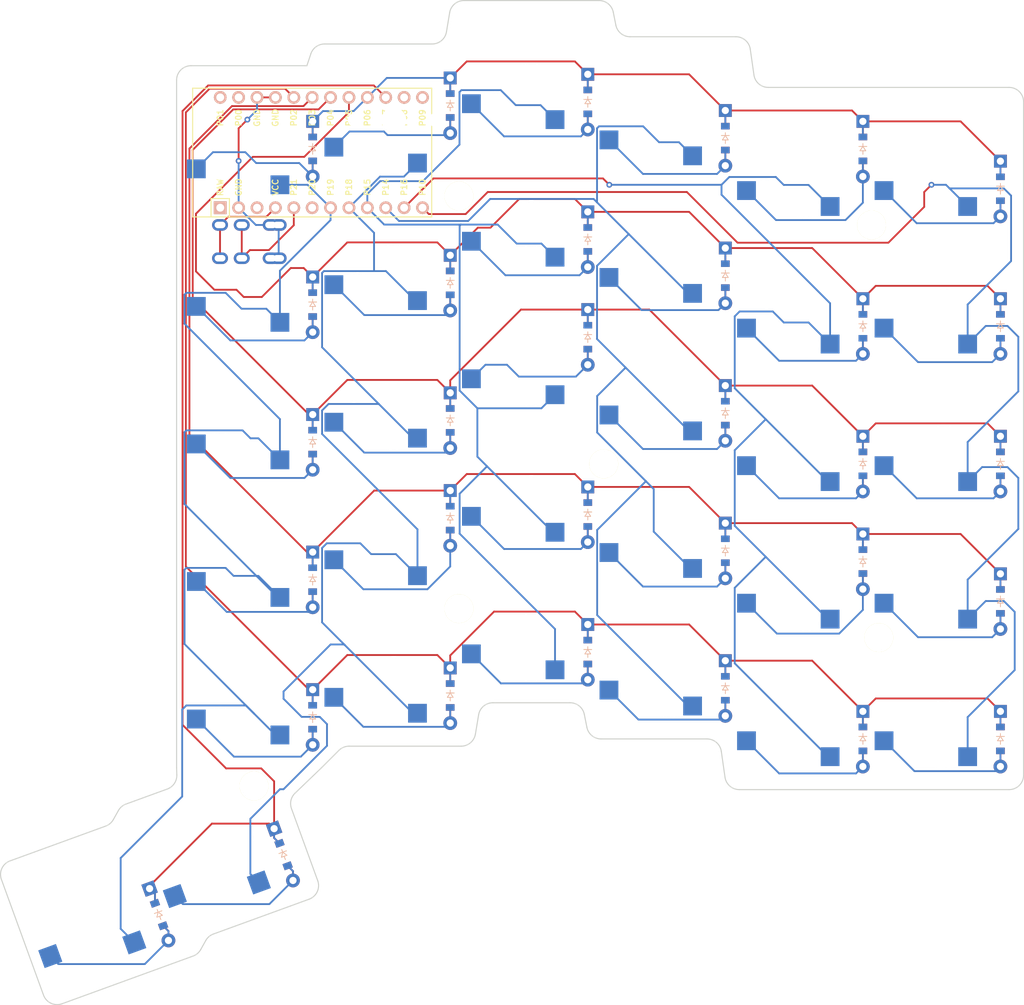
<source format=kicad_pcb>
(kicad_pcb (version 20241229) (generator "pcbnew") (generator_version "9.0")
  (title_block (title "right") (rev "1") (company "jost"))
  (layers (0 "F.Cu" signal) (2 "B.Cu" signal) (13 "F.Paste" user) (15 "B.Paste" user) (5 "F.SilkS" user "F.Silkscreen") (7 "B.SilkS" user "B.Silkscreen") (1 "F.Mask" user) (3 "B.Mask" user) (25 "Edge.Cuts" user))
  (net 0 "")
  (net 1 "P10")
  (net 2 "mirror_first_mod")
  (net 3 "mirror_first_bottom")
  (net 4 "mirror_first_home")
  (net 5 "mirror_first_top")
  (net 6 "mirror_first_num")
  (net 7 "P16")
  (net 8 "mirror_second_mod")
  (net 9 "mirror_second_bottom")
  (net 10 "mirror_second_home")
  (net 11 "mirror_second_top")
  (net 12 "mirror_second_num")
  (net 13 "P14")
  (net 14 "mirror_third_mod")
  (net 15 "mirror_third_bottom")
  (net 16 "mirror_third_home")
  (net 17 "mirror_third_top")
  (net 18 "mirror_third_num")
  (net 19 "P15")
  (net 20 "mirror_fourth_mod")
  (net 21 "mirror_fourth_bottom")
  (net 22 "mirror_fourth_home")
  (net 23 "mirror_fourth_top")
  (net 24 "mirror_fourth_num")
  (net 25 "P18")
  (net 26 "mirror_fifth_mod")
  (net 27 "mirror_fifth_bottom")
  (net 28 "mirror_fifth_home")
  (net 29 "mirror_fifth_top")
  (net 30 "mirror_fifth_num")
  (net 31 "P19")
  (net 32 "mirror_sixth_mod")
  (net 33 "mirror_sixth_bottom")
  (net 34 "mirror_sixth_home")
  (net 35 "mirror_sixth_top")
  (net 36 "mirror_sixth_num")
  (net 37 "mirror_t1_thumb")
  (net 38 "mirror_t2_thumb")
  (net 39 "P2")
  (net 40 "P3")
  (net 41 "P4")
  (net 42 "P5")
  (net 43 "P6")
  (net 44 "P7")
  (net 45 "RAW")
  (net 46 "GND")
  (net 47 "RST")
  (net 48 "VCC")
  (net 49 "P21")
  (net 50 "P20")
  (net 51 "P1")
  (net 52 "P0")
  (net 53 "P8")
  (net 54 "P9")
  (footprint "HOLE_M2_TH" (layer "F.Cu") (at 196.225 162.05)
    (property "Reference" "")
    (property "Value" "")
  )
  (footprint "ComboDiode" (layer "F.Cu") (at 233.025 135.05 -90)
    (property "Reference" "D11" (hide yes))
    (property "Value" "" (hide yes))
  )
  (footprint "ComboDiode" (layer "F.Cu") (at 195.025 92.55 -90)
    (property "Reference" "D29" (hide yes))
    (property "Value" "" (hide yes))
  )
  (footprint "PG1350" (layer "F.Cu") (at 168.225 154.55 180)
    (property "Reference" "S27" (hide yes))
    (property "Value" "" (hide yes))
  )
  (footprint "ComboDiode" (layer "F.Cu") (at 252.025 155.55 -90)
    (property "Reference" "D25" (hide yes))
    (property "Value" "" (hide yes))
  )
  (footprint "ComboDiode" (layer "F.Cu") (at 252.025 142.05 -90)
    (property "Reference" "D7" (hide yes))
    (property "Value" "" (hide yes))
  )
  (footprint "PG1350" (layer "F.Cu") (at 244.225 100.55 180)
    (property "Reference" "S10" (hide yes))
    (property "Value" "" (hide yes))
  )
  (footprint "ComboDiode" (layer "F.Cu") (at 214.025 168.05 -90)
    (property "Reference" "D14" (hide yes))
    (property "Value" "" (hide yes))
  )
  (footprint "ComboDiode" (layer "F.Cu") (at 252.025 180.05 -90)
    (property "Reference" "D6" (hide yes))
    (property "Value" "" (hide yes))
  )
  (footprint "HOLE_M2_TH" (layer "F.Cu") (at 167.91505 186.547545 20)
    (property "Reference" "")
    (property "Value" "")
  )
  (footprint "PG1350" (layer "F.Cu") (at 187.225 170.55 180)
    (property "Reference" "S21" (hide yes))
    (property "Value" "" (hide yes))
  )
  (footprint "ComboDiode" (layer "F.Cu") (at 195.025 149.55 -90)
    (property "Reference" "D28" (hide yes))
    (property "Value" "" (hide yes))
  )
  (footprint "PG1350" (layer "F.Cu") (at 168.225 135.55 180)
    (property "Reference" "S28" (hide yes))
    (property "Value" "" (hide yes))
  )
  (footprint "ComboDiode" (layer "F.Cu") (at 176.025 177.05 -90)
    (property "Reference" "D21" (hide yes))
    (property "Value" "" (hide yes))
  )
  (footprint "ProMicro" (layer "F.Cu") (at 177.225 99.05)
    (property "Reference" "MCU1" (hide yes))
    (property "Value" "" (hide yes))
  )
  (footprint "PG1350" (layer "F.Cu") (at 225.225 131.55 180)
    (property "Reference" "S13" (hide yes))
    (property "Value" "" (hide yes))
  )
  (footprint "PG1350" (layer "F.Cu") (at 263.225 100.55 180)
    (property "Reference" "S5" (hide yes))
    (property "Value" "" (hide yes))
  )
  (footprint "PG1350" (layer "F.Cu") (at 206.225 107.55 180)
    (property "Reference" "S19" (hide yes))
    (property "Value" "" (hide yes))
  )
  (footprint "PG1350" (layer "F.Cu") (at 206.225 145.55 180)
    (property "Reference" "S17" (hide yes))
    (property "Value" "" (hide yes))
  )
  (footprint "PG1350" (layer "F.Cu") (at 244.225 176.55 180)
    (property "Reference" "S6" (hide yes))
    (property "Value" "" (hide yes))
  )
  (footprint "ComboDiode" (layer "F.Cu") (at 271.025 180.05 -90)
    (property "Reference" "D1" (hide yes))
    (property "Value" "" (hide yes))
  )
  (footprint "PG1350" (layer "F.Cu") (at 168.225 173.55 180)
    (property "Reference" "S26" (hide yes))
    (property "Value" "" (hide yes))
  )
  (footprint "ComboDiode" (layer "F.Cu") (at 214.025 92.05 -90)
    (property "Reference" "D17" (hide yes))
    (property "Value" "" (hide yes))
  )
  (footprint "PG1350" (layer "F.Cu") (at 244.225 138.55 180)
    (property "Reference" "S8" (hide yes))
    (property "Value" "" (hide yes))
  )
  (footprint "HOLE_M2_TH" (layer "F.Cu") (at 253.225 109.05)
    (property "Reference" "")
    (property "Value" "")
  )
  (footprint "PG1350" (layer "F.Cu") (at 206.225 126.55 180)
    (property "Reference" "S18" (hide yes))
    (property "Value" "" (hide yes))
  )
  (footprint "PG1350" (layer "F.Cu") (at 187.225 151.55 180)
    (property "Reference" "S22" (hide yes))
    (property "Value" "" (hide yes))
  )
  (footprint "ComboDiode" (layer "F.Cu") (at 176.025 158.05 -90)
    (property "Reference" "D22" (hide yes))
    (property "Value" "" (hide yes))
  )
  (footprint "PG1350" (layer "F.Cu") (at 263.225 176.55 180)
    (property "Reference" "S1" (hide yes))
    (property "Value" "" (hide yes))
  )
  (footprint "PG1350" (layer "F.Cu") (at 263.225 119.55 180)
    (property "Reference" "S4" (hide yes))
    (property "Value" "" (hide yes))
  )
  (footprint "PG1350" (layer "F.Cu") (at 163.475 195.4 -160)
    (property "Reference" "S31" (hide yes))
    (property "Value" "" (hide yes))
  )
  (footprint "PG1350" (layer "F.Cu") (at 225.225 112.55 180)
    (property "Reference" "S14" (hide yes))
    (property "Value" "" (hide yes))
  )
  (footprint "ComboDiode" (layer "F.Cu") (at 176.025 139.05 -90)
    (property "Reference" "D23" (hide yes))
    (property "Value" "" (hide yes))
  )
  (footprint "ComboDiode" (layer "F.Cu") (at 214.025 111.05 -90)
    (property "Reference" "D16" (hide yes))
    (property "Value" "" (hide yes))
  )
  (footprint "ComboDiode" (layer "F.Cu") (at 172.001673 196.021167 -70)
    (property "Reference" "D31" (hide yes))
    (property "Value" "" (hide yes))
  )
  (footprint "ComboDiode" (layer "F.Cu") (at 195.025 174.05 -90)
    (property "Reference" "D18" (hide yes))
    (property "Value" "" (hide yes))
  )
  (footprint "ComboDiode" (layer "F.Cu") (at 271.025 142.05 -90)
    (property "Reference" "D3" (hide yes))
    (property "Value" "" (hide yes))
  )
  (footprint "PG1350" (layer "F.Cu") (at 244.225 157.55 180)
    (property "Reference" "S7" (hide yes))
    (property "Value" "" (hide yes))
  )
  (footprint "PG1350" (layer "F.Cu") (at 225.225 93.55 180)
    (property "Reference" "S15" (hide yes))
    (property "Value" "" (hide yes))
  )
  (footprint "PG1350" (layer "F.Cu") (at 206.225 88.55 180)
    (property "Reference" "S20" (hide yes))
    (property "Value" "" (hide yes))
  )
  (footprint "PG1350" (layer "F.Cu") (at 263.225 138.55 180)
    (property "Reference" "S3" (hide yes))
    (property "Value" "" (hide yes))
  )
  (footprint "ComboDiode" (layer "F.Cu") (at 195.025 117.05 -90)
    (property "Reference" "D20" (hide yes))
    (property "Value" "" (hide yes))
  )
  (footprint "ComboDiode" (layer "F.Cu") (at 195.025 136.05 -90)
    (property "Reference" "D19" (hide yes))
    (property "Value" "" (hide yes))
  )
  (footprint "ComboDiode" (layer "F.Cu") (at 233.025 116.05 -90)
    (property "Reference" "D12" (hide yes))
    (property "Value" "" (hide yes))
  )
  (footprint "PG1350" (layer "F.Cu") (at 263.225 157.55 180)
    (property "Reference" "S2" (hide yes))
    (property "Value" "" (hide yes))
  )
  (footprint "ComboDiode" (layer "F.Cu") (at 233.025 173.05 -90)
    (property "Reference" "D9" (hide yes))
    (property "Value" "" (hide yes))
  )
  (footprint "ComboDiode" (layer "F.Cu") (at 214.025 124.55 -90)
    (property "Reference" "D27" (hide yes))
    (property "Value" "" (hide yes))
  )
  (footprint "ComboDiode" (layer "F.Cu") (at 233.025 154.05 -90)
    (property "Reference" "D10" (hide yes))
    (property "Value" "" (hide yes))
  )
  (footprint "PG1350" (layer "F.Cu") (at 168.225 97.55 180)
    (property "Reference" "S30" (hide yes))
    (property "Value" "" (hide yes))
  )
  (footprint "HOLE_M2_TH" (layer "F.Cu") (at 196.225 105.05)
    (property "Reference" "")
    (property "Value" "")
  )
  (footprint "PG1350" (layer "F.Cu") (at 168.225 116.55 180)
    (property "Reference" "S29" (hide yes))
    (property "Value" "" (hide yes))
  )
  (footprint "TRRS-PJ-320A-dual" (layer "F.Cu") (at 160.025 109.05 90)
    (property "Reference" "TRRS1")
    (property "Value" "TRRS-PJ-320A-dual")
  )
  (footprint "ComboDiode" (layer "F.Cu") (at 233.025 97.05 -90)
    (property "Reference" "D13" (hide yes))
    (property "Value" "" (hide yes))
  )
  (footprint "HOLE_M2_TH" (layer "F.Cu") (at 254.225 166.05)
    (property "Reference" "")
    (property "Value" "")
  )
  (footprint "PG1350" (layer "F.Cu") (at 206.225 164.55 180)
    (property "Reference" "S16" (hide yes))
    (property "Value" "" (hide yes))
  )
  (footprint "PG1350" (layer "F.Cu") (at 187.225 113.55 180)
    (property "Reference" "S24" (hide yes))
    (property "Value" "" (hide yes))
  )
  (footprint "ComboDiode" (layer "F.Cu") (at 271.025 123.05 -90)
    (property "Reference" "D4" (hide yes))
    (property "Value" "" (hide yes))
  )
  (footprint "ComboDiode" (layer "F.Cu") (at 271.025 161.05 -90)
    (property "Reference" "D2" (hide yes))
    (property "Value" "" (hide yes))
  )
  (footprint "PG1350" (layer "F.Cu") (at 187.225 94.55 180)
    (property "Reference" "S25" (hide yes))
    (property "Value" "" (hide yes))
  )
  (footprint "PG1350" (layer "F.Cu") (at 187.225 132.55 180)
    (property "Reference" "S23" (hide yes))
    (property "Value" "" (hide yes))
  )
  (footprint "PG1350" (layer "F.Cu") (at 244.225 119.55 180)
    (property "Reference" "S9" (hide yes))
    (property "Value" "" (hide yes))
  )
  (footprint "PG1350" (layer "F.Cu") (at 225.225 150.55 180)
    (property "Reference" "S12" (hide yes))
    (property "Value" "" (hide yes))
  )
  (footprint "ComboDiode" (layer "F.Cu") (at 252.025 123.05 -90)
    (property "Reference" "D8" (hide yes))
    (property "Value" "" (hide yes))
  )
  (footprint "ComboDiode" (layer "F.Cu") (at 271.025 104.05 -90)
    (property "Reference" "D5" (hide yes))
    (property "Value" "" (hide yes))
  )
  (footprint "PG1350" (layer "F.Cu") (at 146.270679 203.683799 -160)
    (property "Reference" "S32" (hide yes))
    (property "Value" "" (hide yes))
  )
  (footprint "HOLE_M2_TH" (layer "F.Cu") (at 216.225 142.05)
    (property "Reference" "")
    (property "Value" "")
  )
  (footprint "ComboDiode" (layer "F.Cu") (at 252.025 98.55 -90)
    (property "Reference" "D26" (hide yes))
    (property "Value" "" (hide yes))
  )
  (footprint "ComboDiode" (layer "F.Cu") (at 176.025 120.05 -90)
    (property "Reference" "D24" (hide yes))
    (property "Value" "" (hide yes))
  )
  (footprint "PG1350" (layer "F.Cu") (at 225.225 169.55 180)
    (property "Reference" "S11" (hide yes))
    (property "Value" "" (hide yes))
  )
  (footprint "ComboDiode" (layer "F.Cu") (at 154.797351 204.304966 -70)
    (property "Reference" "D32" (hide yes))
    (property "Value" "" (hide yes))
  )
  (footprint "ComboDiode" (layer "F.Cu") (at 214.025 149.05 -90)
    (property "Reference" "D15" (hide yes))
    (property "Value" "" (hide yes))
  )
  (footprint "ComboDiode" (layer "F.Cu") (at 176.025 98.55 -90)
    (property "Reference" "D30" (hide yes))
    (property "Value" "" (hide yes))
  )
  (gr_line (start 217.903446 81.442232) (end 217.546554 79.657768) (stroke (width 0.15)) (layer "Edge.Cuts"))
  (gr_arc (start 179.639213 181.635786) (mid 180.28806 181.20224) (end 181.053427 181.05) (stroke (width 0.15)) (layer "Edge.Cuts"))
  (gr_arc (start 160.561351 209.138719) (mid 160.11169 209.686365) (end 159.49929 210.042845) (stroke (width 0.15)) (layer "Edge.Cuts"))
  (gr_line (start 274.225 185.05) (end 274.225 92.05) (stroke (width 0.15)) (layer "Edge.Cuts"))
  (gr_arc (start 238.959591 90.05) (mid 237.649188 89.560908) (end 236.979692 88.332843) (stroke (width 0.15)) (layer "Edge.Cuts"))
  (gr_line (start 147.430465 192.087804) (end 134.222233 196.895208) (stroke (width 0.15)) (layer "Edge.Cuts"))
  (gr_arc (start 141.404657 216.628752) (mid 139.87538 216.561983) (end 138.841231 215.433408) (stroke (width 0.15)) (layer "Edge.Cuts"))
  (gr_line (start 155.940093 186.968615) (end 150.246389 189.040954) (stroke (width 0.15)) (layer "Edge.Cuts"))
  (gr_line (start 194.946466 79.721202) (end 194.503534 82.378798) (stroke (width 0.15)) (layer "Edge.Cuts"))
  (gr_line (start 215.864608 180.05) (end 230.490409 180.05) (stroke (width 0.15)) (layer "Edge.Cuts"))
  (gr_line (start 133.026888 199.458633) (end 138.841231 215.433408) (stroke (width 0.15)) (layer "Edge.Cuts"))
  (gr_arc (start 215.864608 180.050001) (mid 214.596629 179.596685) (end 213.903446 178.442232) (stroke (width 0.15)) (layer "Edge.Cuts"))
  (gr_line (start 192.530746 84.05) (end 177.666063 84.05) (stroke (width 0.15)) (layer "Edge.Cuts"))
  (gr_line (start 234.490409 83.05) (end 219.864608 83.05) (stroke (width 0.15)) (layer "Edge.Cuts"))
  (gr_arc (start 219.864608 83.050001) (mid 218.596629 82.596685) (end 217.903446 81.442232) (stroke (width 0.15)) (layer "Edge.Cuts"))
  (gr_arc (start 198.946466 176.721202) (mid 199.626504 175.52396) (end 200.919254 175.05) (stroke (width 0.15)) (layer "Edge.Cuts"))
  (gr_line (start 215.585392 78.05) (end 196.919254 78.05) (stroke (width 0.15)) (layer "Edge.Cuts"))
  (gr_line (start 176.71879 199.625166) (end 173.094429 189.667315) (stroke (width 0.15)) (layer "Edge.Cuts"))
  (gr_arc (start 149.184328 189.945079) (mid 149.633989 189.397433) (end 150.246389 189.040954) (stroke (width 0.15)) (layer "Edge.Cuts"))
  (gr_arc (start 194.503534 82.378798) (mid 193.823496 83.57604) (end 192.530746 84.05) (stroke (width 0.15)) (layer "Edge.Cuts"))
  (gr_arc (start 161.253152 207.90012) (mid 161.702813 207.352474) (end 162.315213 206.995994) (stroke (width 0.15)) (layer "Edge.Cuts"))
  (gr_arc (start 234.959591 187.05) (mid 233.649188 186.560908) (end 232.979692 185.332843) (stroke (width 0.15)) (layer "Edge.Cuts"))
  (gr_arc (start 272.225 90.05) (mid 273.639214 90.635786) (end 274.225 92.05) (stroke (width 0.15)) (layer "Edge.Cuts"))
  (gr_arc (start 176.71879 199.625166) (mid 176.65202 201.154443) (end 175.523445 202.188591) (stroke (width 0.15)) (layer "Edge.Cuts"))
  (gr_arc (start 157.225 89.05) (mid 157.810786 87.635786) (end 159.225 87.05) (stroke (width 0.15)) (layer "Edge.Cuts"))
  (gr_line (start 177.239457 184.035543) (end 179.639214 181.635786) (stroke (width 0.15)) (layer "Edge.Cuts"))
  (gr_line (start 181.053427 181.05) (end 196.530746 181.05) (stroke (width 0.15)) (layer "Edge.Cuts"))
  (gr_arc (start 157.255105 185.027674) (mid 156.911818 186.211032) (end 155.940093 186.968616) (stroke (width 0.15)) (layer "Edge.Cuts"))
  (gr_line (start 162.315213 206.995994) (end 175.523445 202.188591) (stroke (width 0.15)) (layer "Edge.Cuts"))
  (gr_arc (start 230.490409 180.05) (mid 231.800812 180.539092) (end 232.470308 181.767157) (stroke (width 0.15)) (layer "Edge.Cuts"))
  (gr_arc (start 194.946466 79.721202) (mid 195.626504 78.52396) (end 196.919254 78.05) (stroke (width 0.15)) (layer "Edge.Cuts"))
  (gr_line (start 232.470308 181.767157) (end 232.979692 185.332843) (stroke (width 0.15)) (layer "Edge.Cuts"))
  (gr_arc (start 148.492526 191.183679) (mid 148.042865 191.731325) (end 147.430465 192.087804) (stroke (width 0.15)) (layer "Edge.Cuts"))
  (gr_line (start 157.225947 184.080771) (end 157.255105 185.027675) (stroke (width 0.15)) (layer "Edge.Cuts"))
  (gr_arc (start 157.225947 184.08077) (mid 157.225236 184.049996) (end 157.225 184.019215) (stroke (width 0.15)) (layer "Edge.Cuts"))
  (gr_arc (start 211.585392 175.049999) (mid 212.853371 175.503315) (end 213.546554 176.657768) (stroke (width 0.15)) (layer "Edge.Cuts"))
  (gr_line (start 236.979692 88.332843) (end 236.470308 84.767157) (stroke (width 0.15)) (layer "Edge.Cuts"))
  (gr_arc (start 234.490409 83.05) (mid 235.800812 83.539092) (end 236.470308 84.767157) (stroke (width 0.15)) (layer "Edge.Cuts"))
  (gr_arc (start 274.225 185.05) (mid 273.639214 186.464214) (end 272.225 187.05) (stroke (width 0.15)) (layer "Edge.Cuts"))
  (gr_line (start 200.919254 175.05) (end 211.585392 175.05) (stroke (width 0.15)) (layer "Edge.Cuts"))
  (gr_line (start 213.546554 176.657768) (end 213.903446 178.442232) (stroke (width 0.15)) (layer "Edge.Cuts"))
  (gr_line (start 160.561351 209.138719) (end 161.253152 207.90012) (stroke (width 0.15)) (layer "Edge.Cuts"))
  (gr_arc (start 215.585392 78.049999) (mid 216.853371 78.503315) (end 217.546554 79.657768) (stroke (width 0.15)) (layer "Edge.Cuts"))
  (gr_arc (start 133.026888 199.458634) (mid 133.093657 197.929356) (end 134.222233 196.895207) (stroke (width 0.15)) (layer "Edge.Cuts"))
  (gr_line (start 198.503534 179.378798) (end 198.946466 176.721202) (stroke (width 0.15)) (layer "Edge.Cuts"))
  (gr_line (start 234.959591 187.05) (end 272.225 187.05) (stroke (width 0.15)) (layer "Edge.Cuts"))
  (gr_line (start 175.224 87.05) (end 159.225 87.05) (stroke (width 0.15)) (layer "Edge.Cuts"))
  (gr_line (start 157.225 89.05) (end 157.225 184.019215) (stroke (width 0.15)) (layer "Edge.Cuts"))
  (gr_line (start 141.404656 216.628753) (end 159.49929 210.042844) (stroke (width 0.15)) (layer "Edge.Cuts"))
  (gr_line (start 149.184328 189.94508) (end 148.492526 191.183679) (stroke (width 0.15)) (layer "Edge.Cuts"))
  (gr_line (start 175.768886 85.416975) (end 175.224 87.05) (stroke (width 0.15)) (layer "Edge.Cuts"))
  (gr_line (start 173.588812 187.540441) (end 177.210245 184.064163) (stroke (width 0.15)) (layer "Edge.Cuts"))
  (gr_arc (start 175.768886 85.416975) (mid 176.496886 84.42734) (end 177.666063 84.05) (stroke (width 0.15)) (layer "Edge.Cuts"))
  (gr_arc (start 177.239457 184.035543) (mid 177.224924 184.049928) (end 177.210245 184.064163) (stroke (width 0.15)) (layer "Edge.Cuts"))
  (gr_arc (start 198.503534 179.378798) (mid 197.823496 180.57604) (end 196.530746 181.05) (stroke (width 0.15)) (layer "Edge.Cuts"))
  (gr_line (start 272.225 90.05) (end 238.959591 90.05) (stroke (width 0.15)) (layer "Edge.Cuts"))
  (gr_arc (start 173.094429 189.667315) (mid 173.02575 188.530455) (end 173.588812 187.540441) (stroke (width 0.15)) (layer "Edge.Cuts"))
  (segment (start 260.5 106.548038) (end 255.548038 111.5) (width 0.25) (layer "F.Cu") (net 1))
  (segment (start 192.0713 107.5463) (end 191.195 106.67) (width 0.25) (layer "F.Cu") (net 1))
  (segment (start 200.205882 104.5) (end 197.159582 107.5463) (width 0.25) (layer "F.Cu") (net 1))
  (segment (start 227.715 104.5) (end 200.205882 104.5) (width 0.25) (layer "F.Cu") (net 1))
  (segment (start 197.159582 107.5463) (end 192.0713 107.5463) (width 0.25) (layer "F.Cu") (net 1))
  (segment (start 234.715 111.5) (end 227.715 104.5) (width 0.25) (layer "F.Cu") (net 1))
  (segment (start 261.5 103.5) (end 260.5 104.5) (width 0.25) (layer "F.Cu") (net 1))
  (segment (start 260.5 104.5) (end 260.5 106.548038) (width 0.25) (layer "F.Cu") (net 1))
  (segment (start 255.548038 111.5) (end 234.715 111.5) (width 0.25) (layer "F.Cu") (net 1))
  (via (at 261.5 103.5) (size 0.8) (drill 0.4) (layers "F.Cu" "B.Cu") (net 1))
  (segment (start 273 162.5) (end 273 170.539901) (width 0.25) (layer "B.Cu") (net 1))
  (segment (start 266.5 139.039901) (end 266.5 144.5) (width 0.25) (layer "B.Cu") (net 1))
  (segment (start 266.5 177.039901) (end 266.5 182.5) (width 0.25) (layer "B.Cu") (net 1))
  (segment (start 273.5 124.5) (end 273.5 132.039901) (width 0.25) (layer "B.Cu") (net 1))
  (segment (start 271.5 161) (end 273 162.5) (width 0.25) (layer "B.Cu") (net 1))
  (segment (start 264 104) (end 263.5 103.5) (width 0.25) (layer "B.Cu") (net 1))
  (segment (start 271.5 104) (end 272.5 105) (width 0.25) (layer "B.Cu") (net 1))
  (segment (start 266.5 125.5) (end 269 123) (width 0.25) (layer "B.Cu") (net 1))
  (segment (start 266.5 163.5) (end 269 161) (width 0.25) (layer "B.Cu") (net 1))
  (segment (start 264 104) (end 271.5 104) (width 0.25) (layer "B.Cu") (net 1))
  (segment (start 266.5 120.039901) (end 266.5 125.5) (width 0.25) (layer "B.Cu") (net 1))
  (segment (start 272.5 114.039901) (end 266.5 120.039901) (width 0.25) (layer "B.Cu") (net 1))
  (segment (start 272.5 105) (end 272.5 114.039901) (width 0.25) (layer "B.Cu") (net 1))
  (segment (start 272 142.5) (end 273.5 144) (width 0.25) (layer "B.Cu") (net 1))
  (segment (start 269 161) (end 271.5 161) (width 0.25) (layer "B.Cu") (net 1))
  (segment (start 273.5 132.039901) (end 266.5 139.039901) (width 0.25) (layer "B.Cu") (net 1))
  (segment (start 266.5 106.5) (end 264 104) (width 0.25) (layer "B.Cu") (net 1))
  (segment (start 272 123) (end 273.5 124.5) (width 0.25) (layer "B.Cu") (net 1))
  (segment (start 268.5 142.5) (end 272 142.5) (width 0.25) (layer "B.Cu") (net 1))
  (segment (start 266.5 158.039901) (end 266.5 163.5) (width 0.25) (layer "B.Cu") (net 1))
  (segment (start 269 123) (end 272 123) (width 0.25) (layer "B.Cu") (net 1))
  (segment (start 266.5 144.5) (end 268.5 142.5) (width 0.25) (layer "B.Cu") (net 1))
  (segment (start 263.5 103.5) (end 261.5 103.5) (width 0.25) (layer "B.Cu") (net 1))
  (segment (start 273 170.539901) (end 266.5 177.039901) (width 0.25) (layer "B.Cu") (net 1))
  (segment (start 273.5 144) (end 273.5 151.039901) (width 0.25) (layer "B.Cu") (net 1))
  (segment (start 273.5 151.039901) (end 266.5 158.039901) (width 0.25) (layer "B.Cu") (net 1))
  (segment (start 271.025 183.86) (end 271.025 181.7) (width 0.25) (layer "F.Cu") (net 2))
  (segment (start 254.95 180.3) (end 259.15 184.5) (width 0.25) (layer "B.Cu") (net 2))
  (segment (start 270.385 184.5) (end 271.025 183.86) (width 0.25) (layer "B.Cu") (net 2))
  (segment (start 271.025 183.86) (end 271.025 181.7) (width 0.25) (layer "B.Cu") (net 2))
  (segment (start 259.15 184.5) (end 270.385 184.5) (width 0.25) (layer "B.Cu") (net 2))
  (segment (start 271.025 164.86) (end 271.025 162.7) (width 0.25) (layer "F.Cu") (net 3))
  (segment (start 254.95 161.3) (end 259.65 166) (width 0.25) (layer "B.Cu") (net 3))
  (segment (start 269.885 166) (end 271.025 164.86) (width 0.25) (layer "B.Cu") (net 3))
  (segment (start 271.025 164.86) (end 271.025 162.7) (width 0.25) (layer "B.Cu") (net 3))
  (segment (start 259.65 166) (end 269.885 166) (width 0.25) (layer "B.Cu") (net 3))
  (segment (start 271.025 145.86) (end 271.025 143.7) (width 0.25) (layer "F.Cu") (net 4))
  (segment (start 259.4625 146.8125) (end 270.0725 146.8125) (width 0.25) (layer "B.Cu") (net 4))
  (segment (start 270.0725 146.8125) (end 271.025 145.86) (width 0.25) (layer "B.Cu") (net 4))
  (segment (start 254.95 142.3) (end 259.4625 146.8125) (width 0.25) (layer "B.Cu") (net 4))
  (segment (start 271.025 145.86) (end 271.025 143.7) (width 0.25) (layer "B.Cu") (net 4))
  (segment (start 271.025 126.86) (end 271.025 124.7) (width 0.25) (layer "F.Cu") (net 5))
  (segment (start 259.65 128) (end 269.885 128) (width 0.25) (layer "B.Cu") (net 5))
  (segment (start 269.885 128) (end 271.025 126.86) (width 0.25) (layer "B.Cu") (net 5))
  (segment (start 254.95 123.3) (end 259.65 128) (width 0.25) (layer "B.Cu") (net 5))
  (segment (start 271.025 126.86) (end 271.025 124.7) (width 0.25) (layer "B.Cu") (net 5))
  (segment (start 271.025 107.86) (end 271.025 105.7) (width 0.25) (layer "F.Cu") (net 6))
  (segment (start 254.95 104.3) (end 259.4625 108.8125) (width 0.25) (layer "B.Cu") (net 6))
  (segment (start 259.4625 108.8125) (end 270.0725 108.8125) (width 0.25) (layer "B.Cu") (net 6))
  (segment (start 270.0725 108.8125) (end 271.025 107.86) (width 0.25) (layer "B.Cu") (net 6))
  (segment (start 271.025 107.86) (end 271.025 105.7) (width 0.25) (layer "B.Cu") (net 6))
  (segment (start 192.701 102.624) (end 188.655 106.67) (width 0.25) (layer "F.Cu") (net 7))
  (segment (start 216.124 102.624) (end 192.701 102.624) (width 0.25) (layer "F.Cu") (net 7))
  (segment (start 217 103.5) (end 216.124 102.624) (width 0.25) (layer "F.Cu") (net 7))
  (via (at 217 103.5) (size 0.8) (drill 0.4) (layers "F.Cu" "B.Cu") (net 7))
  (segment (start 238.609294 154.890706) (end 247.218587 163.5) (width 0.25) (layer "B.Cu") (net 7))
  (segment (start 232.5 103.5) (end 232.5 104.868587) (width 0.25) (layer "B.Cu") (net 7))
  (segment (start 241.101 122.522935) (end 239.578065 121) (width 0.25) (layer "B.Cu") (net 7))
  (segment (start 234.324 121.674) (end 234.324 131.605413) (width 0.25) (layer "B.Cu") (net 7))
  (segment (start 247.5 125.5) (end 244.522935 122.522935) (width 0.25) (layer "B.Cu") (net 7))
  (segment (start 247.218587 182.5) (end 247.5 182.5) (width 0.25) (layer "B.Cu") (net 7))
  (segment (start 238.609294 135.890706) (end 234.324 140.176) (width 0.25) (layer "B.Cu") (net 7))
  (segment (start 240.002065 102.424) (end 233.576 102.424) (width 0.25) (layer "B.Cu") (net 7))
  (segment (start 247.218587 144.5) (end 247.5 144.5) (width 0.25) (layer "B.Cu") (net 7))
  (segment (start 241.101 103.522935) (end 240.002065 102.424) (width 0.25) (layer "B.Cu") (net 7))
  (segment (start 234.324 159.176) (end 234.324 169.605413) (width 0.25) (layer "B.Cu") (net 7))
  (segment (start 244.522935 103.522935) (end 241.101 103.522935) (width 0.25) (layer "B.Cu") (net 7))
  (segment (start 234.324 140.176) (end 234.324 150.605413) (width 0.25) (layer "B.Cu") (net 7))
  (segment (start 234.998 121) (end 234.324 121.674) (width 0.25) (layer "B.Cu") (net 7))
  (segment (start 238.609294 154.890706) (end 234.324 159.176) (width 0.25) (layer "B.Cu") (net 7))
  (segment (start 247.5 119.868587) (end 247.5 125.5) (width 0.25) (layer "B.Cu") (net 7))
  (segment (start 234.324 150.605413) (end 238.609294 154.890706) (width 0.25) (layer "B.Cu") (net 7))
  (segment (start 233.576 102.424) (end 232.5 103.5) (width 0.25) (layer "B.Cu") (net 7))
  (segment (start 234.324 131.605413) (end 238.609294 135.890706) (width 0.25) (layer "B.Cu") (net 7))
  (segment (start 234.324 169.605413) (end 247.218587 182.5) (width 0.25) (layer "B.Cu") (net 7))
  (segment (start 238.609294 135.890706) (end 247.218587 144.5) (width 0.25) (layer "B.Cu") (net 7))
  (segment (start 247.218587 163.5) (end 247.5 163.5) (width 0.25) (layer "B.Cu") (net 7))
  (segment (start 239.578065 121) (end 234.998 121) (width 0.25) (layer "B.Cu") (net 7))
  (segment (start 232.5 103.5) (end 217 103.5) (width 0.25) (layer "B.Cu") (net 7))
  (segment (start 232.5 104.868587) (end 247.5 119.868587) (width 0.25) (layer "B.Cu") (net 7))
  (segment (start 244.522935 122.522935) (end 241.101 122.522935) (width 0.25) (layer "B.Cu") (net 7))
  (segment (start 247.5 106.5) (end 244.522935 103.522935) (width 0.25) (layer "B.Cu") (net 7))
  (segment (start 252.025 183.86) (end 252.025 181.7) (width 0.25) (layer "F.Cu") (net 8))
  (segment (start 251.0725 184.8125) (end 252.025 183.86) (width 0.25) (layer "B.Cu") (net 8))
  (segment (start 252.025 183.86) (end 252.025 181.7) (width 0.25) (layer "B.Cu") (net 8))
  (segment (start 235.95 180.3) (end 240.4625 184.8125) (width 0.25) (layer "B.Cu") (net 8))
  (segment (start 240.4625 184.8125) (end 251.0725 184.8125) (width 0.25) (layer "B.Cu") (net 8))
  (segment (start 252.025 159.36) (end 252.025 157.2) (width 0.25) (layer "F.Cu") (net 9))
  (segment (start 235.95 161.3) (end 240.15 165.5) (width 0.25) (layer "B.Cu") (net 9))
  (segment (start 240.15 165.5) (end 248.752 165.5) (width 0.25) (layer "B.Cu") (net 9))
  (segment (start 252.025 159.36) (end 252.025 157.2) (width 0.25) (layer "B.Cu") (net 9))
  (segment (start 248.752 165.5) (end 252.025 162.227) (width 0.25) (layer "B.Cu") (net 9))
  (segment (start 252.025 162.227) (end 252.025 159.36) (width 0.25) (layer "B.Cu") (net 9))
  (segment (start 252.025 145.86) (end 252.025 143.7) (width 0.25) (layer "F.Cu") (net 10))
  (segment (start 252.025 145.86) (end 252.025 143.7) (width 0.25) (layer "B.Cu") (net 10))
  (segment (start 240.4625 146.8125) (end 251.0725 146.8125) (width 0.25) (layer "B.Cu") (net 10))
  (segment (start 235.95 142.3) (end 240.4625 146.8125) (width 0.25) (layer "B.Cu") (net 10))
  (segment (start 251.0725 146.8125) (end 252.025 145.86) (width 0.25) (layer "B.Cu") (net 10))
  (segment (start 252.025 126.86) (end 252.025 124.7) (width 0.25) (layer "F.Cu") (net 11))
  (segment (start 251.0725 127.8125) (end 252.025 126.86) (width 0.25) (layer "B.Cu") (net 11))
  (segment (start 240.4625 127.8125) (end 251.0725 127.8125) (width 0.25) (layer "B.Cu") (net 11))
  (segment (start 235.95 123.3) (end 240.4625 127.8125) (width 0.25) (layer "B.Cu") (net 11))
  (segment (start 252.025 126.86) (end 252.025 124.7) (width 0.25) (layer "B.Cu") (net 11))
  (segment (start 252.025 102.36) (end 252.025 100.2) (width 0.25) (layer "F.Cu") (net 12))
  (segment (start 235.95 104.3) (end 240.026 108.376) (width 0.25) (layer "B.Cu") (net 12))
  (segment (start 249.624 108.376) (end 252.025 105.975) (width 0.25) (layer "B.Cu") (net 12))
  (segment (start 240.026 108.376) (end 249.624 108.376) (width 0.25) (layer "B.Cu") (net 12))
  (segment (start 252.025 102.36) (end 252.025 100.2) (width 0.25) (layer "B.Cu") (net 12))
  (segment (start 252.025 105.975) (end 252.025 102.36) (width 0.25) (layer "B.Cu") (net 12))
  (segment (start 219.689033 110.310967) (end 215.3035 114.6965) (width 0.25) (layer "B.Cu") (net 13))
  (segment (start 222.052941 144.447059) (end 215.324 151.176) (width 0.25) (layer "B.Cu") (net 13))
  (segment (start 223.876 97.624) (end 221.676 95.424) (width 0.25) (layer "B.Cu") (net 13))
  (segment (start 215.3035 114.6965) (end 215.3035 124.8035) (width 0.25) (layer "B.Cu") (net 13))
  (segment (start 215.3035 124.8035) (end 219.25 128.75) (width 0.25) (layer "B.Cu") (net 13))
  (segment (start 187.945 108.5) (end 186.115 106.67) (width 0.25) (layer "B.Cu") (net 13))
  (segment (start 215.324 162.945935) (end 227.878065 175.5) (width 0.25) (layer "B.Cu") (net 13))
  (segment (start 215.324 151.176) (end 215.324 162.945935) (width 0.25) (layer "B.Cu") (net 13))
  (segment (start 226.624 97.624) (end 223.876 97.624) (width 0.25) (layer "B.Cu") (net 13))
  (segment (start 219.25 128.75) (end 228 137.5) (width 0.25) (layer "B.Cu") (net 13))
  (segment (start 228.218587 156.5) (end 228.5 156.5) (width 0.25) (layer "B.Cu") (net 13))
  (segment (start 228 137.5) (end 228.5 137.5) (width 0.25) (layer "B.Cu") (net 13))
  (segment (start 215.576 95.424) (end 215.3035 95.6965) (width 0.25) (layer "B.Cu") (net 13))
  (segment (start 200.5405 105.4595) (end 197.5 108.5) (width 0.25) (layer "B.Cu") (net 13))
  (segment (start 228.5 99.5) (end 226.624 97.624) (width 0.25) (layer "B.Cu") (net 13))
  (segment (start 219.25 128.75) (end 215.324 132.676) (width 0.25) (layer "B.Cu") (net 13))
  (segment (start 227.878065 118.5) (end 228.5 118.5) (width 0.25) (layer "B.Cu") (net 13))
  (segment (start 219.689033 110.310967) (end 227.878065 118.5) (width 0.25) (layer "B.Cu") (net 13))
  (segment (start 215.3035 105.925435) (end 214.837565 105.4595) (width 0.25) (layer "B.Cu") (net 13))
  (segment (start 222.052941 144.447059) (end 223.1345 145.528618) (width 0.25) (layer "B.Cu") (net 13))
  (segment (start 221.676 95.424) (end 215.576 95.424) (width 0.25) (layer "B.Cu") (net 13))
  (segment (start 197.5 108.5) (end 187.945 108.5) (width 0.25) (layer "B.Cu") (net 13))
  (segment (start 215.3035 95.6965) (end 215.3035 105.925435) (width 0.25) (layer "B.Cu") (net 13))
  (segment (start 215.324 137.718118) (end 222.052941 144.447059) (width 0.25) (layer "B.Cu") (net 13))
  (segment (start 215.324 132.676) (end 215.324 137.718118) (width 0.25) (layer "B.Cu") (net 13))
  (segment (start 223.1345 151.415913) (end 228.218587 156.5) (width 0.25) (layer "B.Cu") (net 13))
  (segment (start 214.837565 105.4595) (end 200.5405 105.4595) (width 0.25) (layer "B.Cu") (net 13))
  (segment (start 215.3035 105.925435) (end 219.689033 110.310967) (width 0.25) (layer "B.Cu") (net 13))
  (segment (start 223.1345 145.528618) (end 223.1345 151.415913) (width 0.25) (layer "B.Cu") (net 13))
  (segment (start 227.878065 175.5) (end 228.5 175.5) (width 0.25) (layer "B.Cu") (net 13))
  (segment (start 233.025 176.86) (end 233.025 174.7) (width 0.25) (layer "F.Cu") (net 14))
  (segment (start 232.509 177.376) (end 233.025 176.86) (width 0.25) (layer "B.Cu") (net 14))
  (segment (start 216.95 173.3) (end 221.026 177.376) (width 0.25) (layer "B.Cu") (net 14))
  (segment (start 233.025 176.86) (end 233.025 174.7) (width 0.25) (layer "B.Cu") (net 14))
  (segment (start 221.026 177.376) (end 232.509 177.376) (width 0.25) (layer "B.Cu") (net 14))
  (segment (start 233.025 157.86) (end 233.025 155.7) (width 0.25) (layer "F.Cu") (net 15))
  (segment (start 221.65 159) (end 231.885 159) (width 0.25) (layer "B.Cu") (net 15))
  (segment (start 231.885 159) (end 233.025 157.86) (width 0.25) (layer "B.Cu") (net 15))
  (segment (start 216.95 154.3) (end 221.65 159) (width 0.25) (layer "B.Cu") (net 15))
  (segment (start 233.025 157.86) (end 233.025 155.7) (width 0.25) (layer "B.Cu") (net 15))
  (segment (start 233.025 138.86) (end 233.025 136.7) (width 0.25) (layer "F.Cu") (net 16))
  (segment (start 221.65 140) (end 231.885 140) (width 0.25) (layer "B.Cu") (net 16))
  (segment (start 233.025 138.86) (end 233.025 136.7) (width 0.25) (layer "B.Cu") (net 16))
  (segment (start 216.95 135.3) (end 221.65 140) (width 0.25) (layer "B.Cu") (net 16))
  (segment (start 231.885 140) (end 233.025 138.86) (width 0.25) (layer "B.Cu") (net 16))
  (segment (start 233.025 119.86) (end 233.025 117.7) (width 0.25) (layer "F.Cu") (net 17))
  (segment (start 216.95 116.3) (end 221.4625 120.8125) (width 0.25) (layer "B.Cu") (net 17))
  (segment (start 233.025 119.86) (end 233.025 117.7) (width 0.25) (layer "B.Cu") (net 17))
  (segment (start 221.4625 120.8125) (end 232.0725 120.8125) (width 0.25) (layer "B.Cu") (net 17))
  (segment (start 232.0725 120.8125) (end 233.025 119.86) (width 0.25) (layer "B.Cu") (net 17))
  (segment (start 233.025 100.86) (end 233.025 98.7) (width 0.25) (layer "F.Cu") (net 18))
  (segment (start 216.95 97.3) (end 221.65 102) (width 0.25) (layer "B.Cu") (net 18))
  (segment (start 231.885 102) (end 233.025 100.86) (width 0.25) (layer "B.Cu") (net 18))
  (segment (start 233.025 100.86) (end 233.025 98.7) (width 0.25) (layer "B.Cu") (net 18))
  (segment (start 221.65 102) (end 231.885 102) (width 0.25) (layer "B.Cu") (net 18))
  (segment (start 209.5 164.868587) (end 209.5 170.5) (width 0.25) (layer "B.Cu") (net 19))
  (segment (start 207.5 92.5) (end 204.078065 92.5) (width 0.25) (layer "B.Cu") (net 19))
  (segment (start 207.624 134.376) (end 209.5 132.5) (width 0.25) (layer "B.Cu") (net 19))
  (segment (start 185.903595 108.998595) (end 183.575 106.67) (width 0.25) (layer "B.Cu") (net 19))
  (segment (start 204.078065 92.5) (end 202.002065 90.424) (width 0.25) (layer "B.Cu") (net 19))
  (segment (start 196.324 131.926) (end 198.774 134.376) (width 0.25) (layer "B.Cu") (net 19))
  (segment (start 201.57666 108.998595) (end 196.5 108.998595) (width 0.25) (layer "B.Cu") (net 19))
  (segment (start 198.774 134.376) (end 198.774 141.055413) (width 0.25) (layer "B.Cu") (net 19))
  (segment (start 196.3035 90.6945) (end 196.3035 97.9485) (width 0.25) (layer "B.Cu") (net 19))
  (segment (start 200.109294 142.390706) (end 209.218587 151.5) (width 0.25) (layer "B.Cu") (net 19))
  (segment (start 207.624 111.624) (end 204.202065 111.624) (width 0.25) (layer "B.Cu") (net 19))
  (segment (start 185.34281 103) (end 183.575 104.76781) (width 0.25) (layer "B.Cu") (net 19))
  (segment (start 191.252 103) (end 185.34281 103) (width 0.25) (layer "B.Cu") (net 19))
  (segment (start 196.5 108.998595) (end 196.324 109.174595) (width 0.25) (layer "B.Cu") (net 19))
  (segment (start 196.324 109.174595) (end 196.324 131.926) (width 0.25) (layer "B.Cu") (net 19))
  (segment (start 200.109294 142.390706) (end 196.324 146.176) (width 0.25) (layer "B.Cu") (net 19))
  (segment (start 183.575 104.76781) (end 183.575 106.67) (width 0.25) (layer "B.Cu") (net 19))
  (segment (start 209.5 94.5) (end 207.5 92.5) (width 0.25) (layer "B.Cu") (net 19))
  (segment (start 209.218587 151.5) (end 209.5 151.5) (width 0.25) (layer "B.Cu") (net 19))
  (segment (start 198.774 141.055413) (end 200.109294 142.390706) (width 0.25) (layer "B.Cu") (net 19))
  (segment (start 196.324 151.692587) (end 209.5 164.868587) (width 0.25) (layer "B.Cu") (net 19))
  (segment (start 209.5 113.5) (end 207.624 111.624) (width 0.25) (layer "B.Cu") (net 19))
  (segment (start 198.774 134.376) (end 207.624 134.376) (width 0.25) (layer "B.Cu") (net 19))
  (segment (start 196.574 90.424) (end 196.3035 90.6945) (width 0.25) (layer "B.Cu") (net 19))
  (segment (start 196.5 108.998595) (end 185.903595 108.998595) (width 0.25) (layer "B.Cu") (net 19))
  (segment (start 196.324 146.176) (end 196.324 151.692587) (width 0.25) (layer "B.Cu") (net 19))
  (segment (start 202.002065 90.424) (end 196.574 90.424) (width 0.25) (layer "B.Cu") (net 19))
  (segment (start 204.202065 111.624) (end 201.57666 108.998595) (width 0.25) (layer "B.Cu") (net 19))
  (segment (start 196.3035 97.9485) (end 191.252 103) (width 0.25) (layer "B.Cu") (net 19))
  (segment (start 214.025 171.86) (end 214.025 169.7) (width 0.25) (layer "F.Cu") (net 20))
  (segment (start 214.025 171.86) (end 214.025 169.7) (width 0.25) (layer "B.Cu") (net 20))
  (segment (start 213.509 172.376) (end 214.025 171.86) (width 0.25) (layer "B.Cu") (net 20))
  (segment (start 202.026 172.376) (end 213.509 172.376) (width 0.25) (layer "B.Cu") (net 20))
  (segment (start 197.95 168.3) (end 202.026 172.376) (width 0.25) (layer "B.Cu") (net 20))
  (segment (start 214.025 152.86) (end 214.025 150.7) (width 0.25) (layer "F.Cu") (net 21))
  (segment (start 202.4625 153.8125) (end 213.0725 153.8125) (width 0.25) (layer "B.Cu") (net 21))
  (segment (start 197.95 149.3) (end 202.4625 153.8125) (width 0.25) (layer "B.Cu") (net 21))
  (segment (start 213.0725 153.8125) (end 214.025 152.86) (width 0.25) (layer "B.Cu") (net 21))
  (segment (start 214.025 152.86) (end 214.025 150.7) (width 0.25) (layer "B.Cu") (net 21))
  (segment (start 214.025 128.36) (end 214.025 126.2) (width 0.25) (layer "F.Cu") (net 22))
  (segment (start 202.86 128.36) (end 204.5 130) (width 0.25) (layer "B.Cu") (net 22))
  (segment (start 212.385 130) (end 214.025 128.36) (width 0.25) (layer "B.Cu") (net 22))
  (segment (start 197.95 130.3) (end 199.89 128.36) (width 0.25) (layer "B.Cu") (net 22))
  (segment (start 199.89 128.36) (end 202.86 128.36) (width 0.25) (layer "B.Cu") (net 22))
  (segment (start 204.5 130) (end 212.385 130) (width 0.25) (layer "B.Cu") (net 22))
  (segment (start 214.025 128.36) (end 214.025 126.2) (width 0.25) (layer "B.Cu") (net 22))
  (segment (start 214.025 114.86) (end 214.025 112.7) (width 0.25) (layer "F.Cu") (net 23))
  (segment (start 197.95 111.3) (end 202.65 116) (width 0.25) (layer "B.Cu") (net 23))
  (segment (start 214.025 114.86) (end 214.025 112.7) (width 0.25) (layer "B.Cu") (net 23))
  (segment (start 212.885 116) (end 214.025 114.86) (width 0.25) (layer "B.Cu") (net 23))
  (segment (start 202.65 116) (end 212.885 116) (width 0.25) (layer "B.Cu") (net 23))
  (segment (start 214.025 93.7) (end 214.025 95.86) (width 0.25) (layer "F.Cu") (net 24))
  (segment (start 202.4625 96.8125) (end 213.0725 96.8125) (width 0.25) (layer "B.Cu") (net 24))
  (segment (start 214.025 95.86) (end 214.025 93.7) (width 0.25) (layer "B.Cu") (net 24))
  (segment (start 197.95 92.3) (end 202.4625 96.8125) (width 0.25) (layer "B.Cu") (net 24))
  (segment (start 213.0725 96.8125) (end 214.025 95.86) (width 0.25) (layer "B.Cu") (net 24))
  (segment (start 190.218587 119.5) (end 190.5 119.5) (width 0.25) (layer "B.Cu") (net 25))
  (segment (start 184.5 110.135) (end 181.035 106.67) (width 0.25) (layer "B.Cu") (net 25))
  (segment (start 178 178) (end 177 177) (width 0.25) (layer "B.Cu") (net 25))
  (segment (start 168.587513 199.871055) (end 167.416409 198.699951) (width 0.25) (layer "B.Cu") (net 25))
  (segment (start 189.878065 138.5) (end 190.5 138.5) (width 0.25) (layer "B.Cu") (net 25))
  (segment (start 185.154965 133.7769) (end 177.324 125.945935) (width 0.25) (layer "B.Cu") (net 25))
  (segment (start 172 174.5) (end 172 173.5) (width 0.25) (layer "B.Cu") (net 25))
  (segment (start 184.5 115.424) (end 186.142587 115.424) (width 0.25) (layer "B.Cu") (net 25))
  (segment (start 185.154965 133.7769) (end 189.878065 138.5) (width 0.25) (layer "B.Cu") (net 25))
  (segment (start 189.878065 176.5) (end 190.5 176.5) (width 0.25) (layer "B.Cu") (net 25))
  (segment (start 185.329 102.376) (end 181.035 106.67) (width 0.25) (layer "B.Cu") (net 25))
  (segment (start 177.324 125.945935) (end 177.324 115.674) (width 0.25) (layer "B.Cu") (net 25))
  (segment (start 178 181) (end 178 178) (width 0.25) (layer "B.Cu") (net 25))
  (segment (start 177.324 137.926) (end 177.324 134.674) (width 0.25) (layer "B.Cu") (net 25))
  (segment (start 178.5 167) (end 180.378065 167) (width 0.25) (layer "B.Cu") (net 25))
  (segment (start 184.5 115.424) (end 184.5 110.135) (width 0.25) (layer "B.Cu") (net 25))
  (segment (start 186.142587 115.424) (end 190.218587 119.5) (width 0.25) (layer "B.Cu") (net 25))
  (segment (start 177.324 115.674) (end 177.574 115.424) (width 0.25) (layer "B.Cu") (net 25))
  (segment (start 167.416409 191.083591) (end 171.5 187) (width 0.25) (layer "B.Cu") (net 25))
  (segment (start 180.378065 167) (end 180.439032 167.060968) (width 0.25) (layer "B.Cu") (net 25))
  (segment (start 190.5 157.5) (end 190.5 151.102) (width 0.25) (layer "B.Cu") (net 25))
  (segment (start 177 177) (end 174.5 177) (width 0.25) (layer "B.Cu") (net 25))
  (segment (start 178.2211 133.7769) (end 185.154965 133.7769) (width 0.25) (layer "B.Cu") (net 25))
  (segment (start 180.439032 167.060968) (end 189.878065 176.5) (width 0.25) (layer "B.Cu") (net 25))
  (segment (start 177.973 153.025) (end 177.324 153.674) (width 0.25) (layer "B.Cu") (net 25))
  (segment (start 182.603065 153.025) (end 177.973 153.025) (width 0.25) (layer "B.Cu") (net 25))
  (segment (start 174.5 177) (end 172 174.5) (width 0.25) (layer "B.Cu") (net 25))
  (segment (start 177.324 134.674) (end 178.2211 133.7769) (width 0.25) (layer "B.Cu") (net 25))
  (segment (start 171.5 187) (end 172 187) (width 0.25) (layer "B.Cu") (net 25))
  (segment (start 177.324 163.945936) (end 180.439032 167.060968) (width 0.25) (layer "B.Cu") (net 25))
  (segment (start 167.416409 198.699951) (end 167.416409 191.083591) (width 0.25) (layer "B.Cu") (net 25))
  (segment (start 172 173.5) (end 178.5 167) (width 0.25) (layer "B.Cu") (net 25))
  (segment (start 177.574 115.424) (end 184.5 115.424) (width 0.25) (layer "B.Cu") (net 25))
  (segment (start 190.5 100.5) (end 188.624 102.376) (width 0.25) (layer "B.Cu") (net 25))
  (segment (start 190.5 151.102) (end 177.324 137.926) (width 0.25) (layer "B.Cu") (net 25))
  (segment (start 177.324 153.674) (end 177.324 163.945936) (width 0.25) (layer "B.Cu") (net 25))
  (segment (start 172 187) (end 178 181) (width 0.25) (layer "B.Cu") (net 25))
  (segment (start 188.624 102.376) (end 185.329 102.376) (width 0.25) (layer "B.Cu") (net 25))
  (segment (start 187.522935 154.522935) (end 184.101 154.522935) (width 0.25) (layer "B.Cu") (net 25))
  (segment (start 190.5 157.5) (end 187.522935 154.522935) (width 0.25) (layer "B.Cu") (net 25))
  (segment (start 184.101 154.522935) (end 182.603065 153.025) (width 0.25) (layer "B.Cu") (net 25))
  (segment (start 195.025 177.86) (end 195.025 175.7) (width 0.25) (layer "F.Cu") (net 26))
  (segment (start 194.509 178.376) (end 195.025 177.86) (width 0.25) (layer "B.Cu") (net 26))
  (segment (start 178.95 174.3) (end 183.026 178.376) (width 0.25) (layer "B.Cu") (net 26))
  (segment (start 195.025 177.86) (end 195.025 175.7) (width 0.25) (layer "B.Cu") (net 26))
  (segment (start 183.026 178.376) (end 194.509 178.376) (width 0.25) (layer "B.Cu") (net 26))
  (segment (start 195.025 153.36) (end 195.025 151.2) (width 0.25) (layer "F.Cu") (net 27))
  (segment (start 178.95 155.3) (end 183.026 159.376) (width 0.25) (layer "B.Cu") (net 27))
  (segment (start 195.025 156.227) (end 195.025 153.36) (width 0.25) (layer "B.Cu") (net 27))
  (segment (start 183.026 159.376) (end 191.876 159.376) (width 0.25) (layer "B.Cu") (net 27))
  (segment (start 195.025 153.36) (end 195.025 151.2) (width 0.25) (layer "B.Cu") (net 27))
  (segment (start 191.876 159.376) (end 195.025 156.227) (width 0.25) (layer "B.Cu") (net 27))
  (segment (start 195.025 139.86) (end 195.025 137.7) (width 0.25) (layer "F.Cu") (net 28))
  (segment (start 194.385 140.5) (end 195.025 139.86) (width 0.25) (layer "B.Cu") (net 28))
  (segment (start 183.15 140.5) (end 194.385 140.5) (width 0.25) (layer "B.Cu") (net 28))
  (segment (start 178.95 136.3) (end 183.15 140.5) (width 0.25) (layer "B.Cu") (net 28))
  (segment (start 195.025 139.86) (end 195.025 137.7) (width 0.25) (layer "B.Cu") (net 28))
  (segment (start 195.025 120.86) (end 195.025 118.7) (width 0.25) (layer "F.Cu") (net 29))
  (segment (start 183.15 121.5) (end 194.385 121.5) (width 0.25) (layer "B.Cu") (net 29))
  (segment (start 178.95 117.3) (end 183.15 121.5) (width 0.25) (layer "B.Cu") (net 29))
  (segment (start 194.385 121.5) (end 195.025 120.86) (width 0.25) (layer "B.Cu") (net 29))
  (segment (start 195.025 120.86) (end 195.025 118.7) (width 0.25) (layer "B.Cu") (net 29))
  (segment (start 195.025 94.2) (end 195.025 96.36) (width 0.25) (layer "F.Cu") (net 30))
  (segment (start 186.359087 96.6405) (end 194.7445 96.6405) (width 0.25) (layer "B.Cu") (net 30))
  (segment (start 181.109293 96.140707) (end 185.859294 96.140707) (width 0.25) (layer "B.Cu") (net 30))
  (segment (start 195.025 96.36) (end 195.025 94.2) (width 0.25) (layer "B.Cu") (net 30))
  (segment (start 194.7445 96.6405) (end 195.025 96.36) (width 0.25) (layer "B.Cu") (net 30))
  (segment (start 185.859294 96.140707) (end 186.359087 96.6405) (width 0.25) (layer "B.Cu") (net 30))
  (segment (start 178.95 98.3) (end 181.109293 96.140707) (width 0.25) (layer "B.Cu") (net 30))
  (segment (start 166.202065 120.624) (end 164.002065 118.424) (width 0.25) (layer "B.Cu") (net 31))
  (segment (start 149.5 196.5) (end 149.5 206.271662) (width 0.25) (layer "B.Cu") (net 31))
  (segment (start 169.624 120.624) (end 166.202065 120.624) (width 0.25) (layer "B.Cu") (net 31))
  (segment (start 171.5 103.5) (end 175.325 103.5) (width 0.25) (layer "B.Cu") (net 31))
  (segment (start 158.574 156.424) (end 158.324 156.674) (width 0.25) (layer "B.Cu") (net 31))
  (segment (start 158.574 118.424) (end 158.324 118.674) (width 0.25) (layer "B.Cu") (net 31))
  (segment (start 171.218587 160.5) (end 171.5 160.5) (width 0.25) (layer "B.Cu") (net 31))
  (segment (start 171.5 115.367404) (end 178.495 108.372404) (width 0.25) (layer "B.Cu") (net 31))
  (segment (start 158.324 118.674) (end 158.324 122.692587) (width 0.25) (layer "B.Cu") (net 31))
  (segment (start 158.324 156.674) (end 158.324 166.945935) (width 0.25) (layer "B.Cu") (net 31))
  (segment (start 164.002065 118.424) (end 158.574 118.424) (width 0.25) (layer "B.Cu") (net 31))
  (segment (start 149.5 206.271662) (end 151.383192 208.154854) (width 0.25) (layer "B.Cu") (net 31))
  (segment (start 171.5 122.5) (end 169.624 120.624) (width 0.25) (layer "B.Cu") (net 31))
  (segment (start 158.324 122.692587) (end 171.5 135.868587) (width 0.25) (layer "B.Cu") (net 31))
  (segment (start 178.495 108.372404) (end 178.495 106.67) (width 0.25) (layer "B.Cu") (net 31))
  (segment (start 158.324 137.674) (end 158.324 147.605413) (width 0.25) (layer "B.Cu") (net 31))
  (segment (start 166.334099 137.424) (end 158.574 137.424) (width 0.25) (layer "B.Cu") (net 31))
  (segment (start 158.574 137.424) (end 158.324 137.674) (width 0.25) (layer "B.Cu") (net 31))
  (segment (start 158.574 175.424) (end 158 175.998) (width 0.25) (layer "B.Cu") (net 31))
  (segment (start 165.101 157.522935) (end 164.002065 156.424) (width 0.25) (layer "B.Cu") (net 31))
  (segment (start 164.002065 156.424) (end 158.574 156.424) (width 0.25) (layer "B.Cu") (net 31))
  (segment (start 167.433034 138.522935) (end 166.334099 137.424) (width 0.25) (layer "B.Cu") (net 31))
  (segment (start 158 175.998) (end 158 188) (width 0.25) (layer "B.Cu") (net 31))
  (segment (start 158.324 147.605413) (end 171.218587 160.5) (width 0.25) (layer "B.Cu") (net 31))
  (segment (start 158.324 166.945935) (end 167.939032 176.560968) (width 0.25) (layer "B.Cu") (net 31))
  (segment (start 171.5 160.5) (end 168.522935 157.522935) (width 0.25) (layer "B.Cu") (net 31))
  (segment (start 170.878065 179.5) (end 171.5 179.5) (width 0.25) (layer "B.Cu") (net 31))
  (segment (start 168.522935 138.522935) (end 167.433034 138.522935) (width 0.25) (layer "B.Cu") (net 31))
  (segment (start 158 188) (end 149.5 196.5) (width 0.25) (layer "B.Cu") (net 31))
  (segment (start 175.325 103.5) (end 178.495 106.67) (width 0.25) (layer "B.Cu") (net 31))
  (segment (start 167.939032 176.560968) (end 166.802064 175.424) (width 0.25) (layer "B.Cu") (net 31))
  (segment (start 171.5 122.5) (end 171.5 115.367404) (width 0.25) (layer "B.Cu") (net 31))
  (segment (start 168.522935 157.522935) (end 165.101 157.522935) (width 0.25) (layer "B.Cu") (net 31))
  (segment (start 166.802064 175.424) (end 158.574 175.424) (width 0.25) (layer "B.Cu") (net 31))
  (segment (start 171.5 135.868587) (end 171.5 141.5) (width 0.25) (layer "B.Cu") (net 31))
  (segment (start 171.5 141.5) (end 168.522935 138.522935) (width 0.25) (layer "B.Cu") (net 31))
  (segment (start 167.939032 176.560968) (end 170.878065 179.5) (width 0.25) (layer "B.Cu") (net 31))
  (segment (start 176.025 180.86) (end 176.025 178.7) (width 0.25) (layer "F.Cu") (net 32))
  (segment (start 159.95 177.3) (end 165.15 182.5) (width 0.25) (layer "B.Cu") (net 32))
  (segment (start 165.15 182.5) (end 174.385 182.5) (width 0.25) (layer "B.Cu") (net 32))
  (segment (start 174.385 182.5) (end 176.025 180.86) (width 0.25) (layer "B.Cu") (net 32))
  (segment (start 176.025 180.86) (end 176.025 178.7) (width 0.25) (layer "B.Cu") (net 32))
  (segment (start 176.025 161.86) (end 176.025 159.7) (width 0.25) (layer "F.Cu") (net 33))
  (segment (start 159.95 158.3) (end 164.15 162.5) (width 0.25) (layer "B.Cu") (net 33))
  (segment (start 164.15 162.5) (end 175.385 162.5) (width 0.25) (layer "B.Cu") (net 33))
  (segment (start 175.385 162.5) (end 176.025 161.86) (width 0.25) (layer "B.Cu") (net 33))
  (segment (start 176.025 161.86) (end 176.025 159.7) (width 0.25) (layer "B.Cu") (net 33))
  (segment (start 176.025 142.86) (end 176.025 140.7) (width 0.25) (layer "F.Cu") (net 34))
  (segment (start 176.025 142.86) (end 176.025 140.7) (width 0.25) (layer "B.Cu") (net 34))
  (segment (start 164.65 144) (end 174.885 144) (width 0.25) (layer "B.Cu") (net 34))
  (segment (start 174.885 144) (end 176.025 142.86) (width 0.25) (layer "B.Cu") (net 34))
  (segment (start 159.95 139.3) (end 164.65 144) (width 0.25) (layer "B.Cu") (net 34))
  (segment (start 176.025 123.86) (end 176.025 121.7) (width 0.25) (layer "F.Cu") (net 35))
  (segment (start 164.65 125) (end 174.885 125) (width 0.25) (layer "B.Cu") (net 35))
  (segment (start 176.025 123.86) (end 176.025 121.7) (width 0.25) (layer "B.Cu") (net 35))
  (segment (start 159.95 120.3) (end 164.65 125) (width 0.25) (layer "B.Cu") (net 35))
  (segment (start 174.885 125) (end 176.025 123.86) (width 0.25) (layer "B.Cu") (net 35))
  (segment (start 176.025 102.36) (end 176.025 100.2) (width 0.25) (layer "F.Cu") (net 36))
  (segment (start 176.025 102.36) (end 176.025 100.2) (width 0.25) (layer "B.Cu") (net 36))
  (segment (start 159.95 101.3) (end 162.25 99) (width 0.25) (layer "B.Cu") (net 36))
  (segment (start 166.718587 99) (end 168.218587 100.5) (width 0.25) (layer "B.Cu") (net 36))
  (segment (start 174.165 100.5) (end 176.025 102.36) (width 0.25) (layer "B.Cu") (net 36))
  (segment (start 168.218587 100.5) (end 174.165 100.5) (width 0.25) (layer "B.Cu") (net 36))
  (segment (start 162.25 99) (end 166.718587 99) (width 0.25) (layer "B.Cu") (net 36))
  (segment (start 173.30477 199.601396) (end 173.30477 198.310424) (width 0.25) (layer "F.Cu") (net 37))
  (segment (start 173.30477 198.310424) (end 172.566006 197.57166) (width 0.25) (layer "F.Cu") (net 37))
  (segment (start 173.30477 198.310424) (end 172.566006 197.57166) (width 0.25) (layer "B.Cu") (net 37))
  (segment (start 156.981619 201.754064) (end 158.094726 202.867171) (width 0.25) (layer "B.Cu") (net 37))
  (segment (start 170.038995 202.867171) (end 173.30477 199.601396) (width 0.25) (layer "B.Cu") (net 37))
  (segment (start 158.094726 202.867171) (end 170.038995 202.867171) (width 0.25) (layer "B.Cu") (net 37))
  (segment (start 173.30477 199.601396) (end 173.30477 198.310424) (width 0.25) (layer "B.Cu") (net 37))
  (segment (start 156.100448 207.885195) (end 156.100448 206.594223) (width 0.25) (layer "F.Cu") (net 38))
  (segment (start 156.100448 206.594223) (end 155.361684 205.855459) (width 0.25) (layer "F.Cu") (net 38))
  (segment (start 139.777298 210.037863) (end 140.890405 211.15097) (width 0.25) (layer "B.Cu") (net 38))
  (segment (start 156.100448 206.594223) (end 155.361684 205.855459) (width 0.25) (layer "B.Cu") (net 38))
  (segment (start 152.834673 211.15097) (end 156.100448 207.885195) (width 0.25) (layer "B.Cu") (net 38))
  (segment (start 156.100448 207.885195) (end 156.100448 206.594223) (width 0.25) (layer "B.Cu") (net 38))
  (segment (start 140.890405 211.15097) (end 152.834673 211.15097) (width 0.25) (layer "B.Cu") (net 38))
  (segment (start 195.025 170.24) (end 195.025 168.514901) (width 0.25) (layer "F.Cu") (net 39))
  (segment (start 176.025 173.24) (end 180.8055 168.4595) (width 0.25) (layer "F.Cu") (net 39))
  (segment (start 214.025 166.4) (end 214.025 164.24) (width 0.25) (layer "F.Cu") (net 39))
  (segment (start 233.025 169.24) (end 245.025 169.24) (width 0.25) (layer "F.Cu") (net 39))
  (segment (start 253.8055 174.4595) (end 269.2445 174.4595) (width 0.25) (layer "F.Cu") (net 39))
  (segment (start 212.2445 162.4595) (end 214.025 164.24) (width 0.25) (layer "F.Cu") (net 39))
  (segment (start 233.025 169.24) (end 233.025 171.4) (width 0.25) (layer "F.Cu") (net 39))
  (segment (start 195.025 168.514901) (end 201.080401 162.4595) (width 0.25) (layer "F.Cu") (net 39))
  (segment (start 269.2445 174.4595) (end 271.025 176.24) (width 0.25) (layer "F.Cu") (net 39))
  (segment (start 201.080401 162.4595) (end 212.2445 162.4595) (width 0.25) (layer "F.Cu") (net 39))
  (segment (start 245.025 169.24) (end 252.025 176.24) (width 0.25) (layer "F.Cu") (net 39))
  (segment (start 252.025 178.4) (end 252.025 176.24) (width 0.25) (layer "F.Cu") (net 39))
  (segment (start 214.025 164.24) (end 228.025 164.24) (width 0.25) (layer "F.Cu") (net 39))
  (segment (start 271.025 178.4) (end 271.025 176.24) (width 0.25) (layer "F.Cu") (net 39))
  (segment (start 175.511935 173.24) (end 176.025 173.24) (width 0.25) (layer "F.Cu") (net 39))
  (segment (start 158.5 156.228065) (end 175.511935 173.24) (width 0.25) (layer "F.Cu") (net 39))
  (segment (start 228.025 164.24) (end 233.025 169.24) (width 0.25) (layer "F.Cu") (net 39))
  (segment (start 195.025 172.4) (end 195.025 170.24) (width 0.25) (layer "F.Cu") (net 39))
  (segment (start 193.2445 168.4595) (end 195.025 170.24) (width 0.25) (layer "F.Cu") (net 39))
  (segment (start 252.025 176.24) (end 253.8055 174.4595) (width 0.25) (layer "F.Cu") (net 39))
  (segment (start 172.2127 90.2277) (end 161.7723 90.2277) (width 0.25) (layer "F.Cu") (net 39))
  (segment (start 180.8055 168.4595) (end 193.2445 168.4595) (width 0.25) (layer "F.Cu") (net 39))
  (segment (start 173.415 91.43) (end 172.2127 90.2277) (width 0.25) (layer "F.Cu") (net 39))
  (segment (start 161.7723 90.2277) (end 158.5 93.5) (width 0.25) (layer "F.Cu") (net 39))
  (segment (start 176.025 175.4) (end 176.025 173.24) (width 0.25) (layer "F.Cu") (net 39))
  (segment (start 158.5 93.5) (end 158.5 156.228065) (width 0.25) (layer "F.Cu") (net 39))
  (segment (start 214.025 166.4) (end 214.025 164.24) (width 0.25) (layer "B.Cu") (net 39))
  (segment (start 176.025 175.4) (end 176.025 173.24) (width 0.25) (layer "B.Cu") (net 39))
  (segment (start 195.025 172.4) (end 195.025 170.24) (width 0.25) (layer "B.Cu") (net 39))
  (segment (start 271.025 178.4) (end 271.025 176.24) (width 0.25) (layer "B.Cu") (net 39))
  (segment (start 252.025 178.4) (end 252.025 176.24) (width 0.25) (layer "B.Cu") (net 39))
  (segment (start 233.025 171.4) (end 233.025 169.24) (width 0.25) (layer "B.Cu") (net 39))
  (segment (start 252.025 151.74) (end 265.525 151.74) (width 0.25) (layer "F.Cu") (net 40))
  (segment (start 176.025 154.24) (end 175.24 154.24) (width 0.25) (layer "F.Cu") (net 40))
  (segment (start 212.2445 143.4595) (end 214.025 145.24) (width 0.25) (layer "F.Cu") (net 40))
  (segment (start 159 98.5) (end 164.8677 92.6323) (width 0.25) (layer "F.Cu") (net 40))
  (segment (start 214.025 145.24) (end 228.025 145.24) (width 0.25) (layer "F.Cu") (net 40))
  (segment (start 164.8677 92.6323) (end 174.7527 92.6323) (width 0.25) (layer "F.Cu") (net 40))
  (segment (start 214.025 147.4) (end 214.025 145.24) (width 0.25) (layer "F.Cu") (net 40))
  (segment (start 271.025 159.4) (end 271.025 157.24) (width 0.25) (layer "F.Cu") (net 40))
  (segment (start 176.025 156.4) (end 176.025 154.24) (width 0.25) (layer "F.Cu") (net 40))
  (segment (start 184.525 145.74) (end 176.025 154.24) (width 0.25) (layer "F.Cu") (net 40))
  (segment (start 228.025 145.24) (end 233.025 150.24) (width 0.25) (layer "F.Cu") (net 40))
  (segment (start 159 138) (end 159 98.5) (width 0.25) (layer "F.Cu") (net 40))
  (segment (start 195.025 147.9) (end 195.025 145.74) (width 0.25) (layer "F.Cu") (net 40))
  (segment (start 197.3055 143.4595) (end 212.2445 143.4595) (width 0.25) (layer "F.Cu") (net 40))
  (segment (start 252.025 153.9) (end 252.025 151.74) (width 0.25) (layer "F.Cu") (net 40))
  (segment (start 233.025 150.24) (end 250.525 150.24) (width 0.25) (layer "F.Cu") (net 40))
  (segment (start 195.025 145.74) (end 184.525 145.74) (width 0.25) (layer "F.Cu") (net 40))
  (segment (start 265.525 151.74) (end 271.025 157.24) (width 0.25) (layer "F.Cu") (net 40))
  (segment (start 174.7527 92.6323) (end 175.955 91.43) (width 0.25) (layer "F.Cu") (net 40))
  (segment (start 250.525 150.24) (end 252.025 151.74) (width 0.25) (layer "F.Cu") (net 40))
  (segment (start 195.025 145.74) (end 197.3055 143.4595) (width 0.25) (layer "F.Cu") (net 40))
  (segment (start 233.025 152.4) (end 233.025 150.24) (width 0.25) (layer "F.Cu") (net 40))
  (segment (start 175.24 154.24) (end 159 138) (width 0.25) (layer "F.Cu") (net 40))
  (segment (start 271.025 159.4) (end 271.025 157.24) (width 0.25) (layer "B.Cu") (net 40))
  (segment (start 195.025 145.74) (end 195.025 147.9) (width 0.25) (layer "B.Cu") (net 40))
  (segment (start 233.025 152.4) (end 233.025 150.24) (width 0.25) (layer "B.Cu") (net 40))
  (segment (start 214.025 147.4) (end 214.025 145.24) (width 0.25) (layer "B.Cu") (net 40))
  (segment (start 176.025 154.24) (end 176.025 156.4) (width 0.25) (layer "B.Cu") (net 40))
  (segment (start 252.025 153.9) (end 252.025 151.74) (width 0.25) (layer "B.Cu") (net 40))
  (segment (start 253.8055 136.4595) (end 269.2445 136.4595) (width 0.25) (layer "F.Cu") (net 41))
  (segment (start 176.025 135.24) (end 180.8055 130.4595) (width 0.25) (layer "F.Cu") (net 41))
  (segment (start 214.025 120.74) (end 214.025 122.9) (width 0.25) (layer "F.Cu") (net 41))
  (segment (start 252.025 138.24) (end 253.8055 136.4595) (width 0.25) (layer "F.Cu") (net 41))
  (segment (start 252.025 138.24) (end 252.025 140.4) (width 0.25) (layer "F.Cu") (net 41))
  (segment (start 165.05451 93.0833) (end 159.451 98.68681) (width 0.25) (layer "F.Cu") (net 41))
  (segment (start 180.8055 130.4595) (end 193.2445 130.4595) (width 0.25) (layer "F.Cu") (net 41))
  (segment (start 195.025 132.24) (end 195.025 130.514901) (width 0.25) (layer "F.Cu") (net 41))
  (segment (start 175.511935 135.24) (end 176.025 135.24) (width 0.25) (layer "F.Cu") (net 41))
  (segment (start 233.025 131.24) (end 233.025 133.4) (width 0.25) (layer "F.Cu") (net 41))
  (segment (start 214.025 120.74) (end 222.525 120.74) (width 0.25) (layer "F.Cu") (net 41))
  (segment (start 233.025 131.24) (end 245.025 131.24) (width 0.25) (layer "F.Cu") (net 41))
  (segment (start 159.451 119.179065) (end 175.511935 135.24) (width 0.25) (layer "F.Cu") (net 41))
  (segment (start 159.451 98.68681) (end 159.451 119.179065) (width 0.25) (layer "F.Cu") (net 41))
  (segment (start 176.8417 93.0833) (end 165.05451 93.0833) (width 0.25) (layer "F.Cu") (net 41))
  (segment (start 176.025 137.4) (end 176.025 135.24) (width 0.25) (layer "F.Cu") (net 41))
  (segment (start 195.025 132.24) (end 195.025 134.4) (width 0.25) (layer "F.Cu") (net 41))
  (segment (start 222.525 120.74) (end 233.025 131.24) (width 0.25) (layer "F.Cu") (net 41))
  (segment (start 204.799901 120.74) (end 214.025 120.74) (width 0.25) (layer "F.Cu") (net 41))
  (segment (start 195.025 130.514901) (end 204.799901 120.74) (width 0.25) (layer "F.Cu") (net 41))
  (segment (start 269.2445 136.4595) (end 271.025 138.24) (width 0.25) (layer "F.Cu") (net 41))
  (segment (start 245.025 131.24) (end 252.025 138.24) (width 0.25) (layer "F.Cu") (net 41))
  (segment (start 193.2445 130.4595) (end 195.025 132.24) (width 0.25) (layer "F.Cu") (net 41))
  (segment (start 271.025 138.24) (end 271.025 140.4) (width 0.25) (layer "F.Cu") (net 41))
  (segment (start 178.495 91.43) (end 176.8417 93.0833) (width 0.25) (layer "F.Cu") (net 41))
  (segment (start 233.025 133.4) (end 233.025 131.24) (width 0.25) (layer "B.Cu") (net 41))
  (segment (start 214.025 120.74) (end 214.025 122.9) (width 0.25) (layer "B.Cu") (net 41))
  (segment (start 271.025 138.24) (end 271.025 140.4) (width 0.25) (layer "B.Cu") (net 41))
  (segment (start 252.025 140.4) (end 252.025 138.24) (width 0.25) (layer "B.Cu") (net 41))
  (segment (start 176.025 137.4) (end 176.025 135.24) (width 0.25) (layer "B.Cu") (net 41))
  (segment (start 195.025 134.4) (end 195.025 132.24) (width 0.25) (layer "B.Cu") (net 41))
  (segment (start 181.035 91.43) (end 181.035 93.465) (width 0.25) (layer "F.Cu") (net 42))
  (segment (start 159.902 115.462099) (end 162.439901 118) (width 0.25) (layer "F.Cu") (net 42))
  (segment (start 174.8595 99.6405) (end 167.7615 99.6405) (width 0.25) (layer "F.Cu") (net 42))
  (segment (start 198.841 109.424) (end 195.025 113.24) (width 0.25) (layer "F.Cu") (net 42))
  (segment (start 169 119) (end 173 115) (width 0.25) (layer "F.Cu") (net 42))
  (segment (start 173 115) (end 174.785 115) (width 0.25) (layer "F.Cu") (net 42))
  (segment (start 181.035 93.465) (end 174.8595 99.6405) (width 0.25) (layer "F.Cu") (net 42))
  (segment (start 193.2445 111.4595) (end 195.025 113.24) (width 0.25) (layer "F.Cu") (net 42))
  (segment (start 214.025 109.4) (end 214.025 107.24) (width 0.25) (layer "F.Cu") (net 42))
  (segment (start 167.7615 99.6405) (end 159.902 107.5) (width 0.25) (layer "F.Cu") (net 42))
  (segment (start 204.550599 105.4595) (end 200.586099 109.424) (width 0.25) (layer "F.Cu") (net 42))
  (segment (start 271.025 119.24) (end 271.025 121.4) (width 0.25) (layer "F.Cu") (net 42))
  (segment (start 245.025 112.24) (end 252.025 119.24) (width 0.25) (layer "F.Cu") (net 42))
  (segment (start 176.025 116.24) (end 180.8055 111.4595) (width 0.25) (layer "F.Cu") (net 42))
  (segment (start 174.785 115) (end 176.025 116.24) (width 0.25) (layer "F.Cu") (net 42))
  (segment (start 228.025 107.24) (end 233.025 112.24) (width 0.25) (layer "F.Cu") (net 42))
  (segment (start 214.025 107.24) (end 212.2445 105.4595) (width 0.25) (layer "F.Cu") (net 42))
  (segment (start 200.586099 109.424) (end 198.841 109.424) (width 0.25) (layer "F.Cu") (net 42))
  (segment (start 214.025 107.24) (end 228.025 107.24) (width 0.25) (layer "F.Cu") (net 42))
  (segment (start 252.025 119.24) (end 253.8055 117.4595) (width 0.25) (layer "F.Cu") (net 42))
  (segment (start 159.902 107.5) (end 159.902 115.462099) (width 0.25) (layer "F.Cu") (net 42))
  (segment (start 162.439901 118) (end 165.5 118) (width 0.25) (layer "F.Cu") (net 42))
  (segment (start 269.2445 117.4595) (end 271.025 119.24) (width 0.25) (layer "F.Cu") (net 42))
  (segment (start 233.025 112.24) (end 245.025 112.24) (width 0.25) (layer "F.Cu") (net 42))
  (segment (start 166.5 119) (end 169 119) (width 0.25) (layer "F.Cu") (net 42))
  (segment (start 180.8055 111.4595) (end 193.2445 111.4595) (width 0.25) (layer "F.Cu") (net 42))
  (segment (start 176.025 118.4) (end 176.025 116.24) (width 0.25) (layer "F.Cu") (net 42))
  (segment (start 252.025 121.4) (end 252.025 119.24) (width 0.25) (layer "F.Cu") (net 42))
  (segment (start 165.5 118) (end 166.5 119) (width 0.25) (layer "F.Cu") (net 42))
  (segment (start 212.2445 105.4595) (end 204.550599 105.4595) (width 0.25) (layer "F.Cu") (net 42))
  (segment (start 253.8055 117.4595) (end 269.2445 117.4595) (width 0.25) (layer "F.Cu") (net 42))
  (segment (start 233.025 114.4) (end 233.025 112.24) (width 0.25) (layer "F.Cu") (net 42))
  (segment (start 195.025 115.4) (end 195.025 113.24) (width 0.25) (layer "F.Cu") (net 42))
  (segment (start 252.025 121.4) (end 252.025 119.24) (width 0.25) (layer "B.Cu") (net 42))
  (segment (start 271.025 121.4) (end 271.025 119.24) (width 0.25) (layer "B.Cu") (net 42))
  (segment (start 214.025 109.4) (end 214.025 107.24) (width 0.25) (layer "B.Cu") (net 42))
  (segment (start 195.025 115.4) (end 195.025 113.24) (width 0.25) (layer "B.Cu") (net 42))
  (segment (start 176.025 118.4) (end 176.025 116.24) (width 0.25) (layer "B.Cu") (net 42))
  (segment (start 233.025 114.4) (end 233.025 112.24) (width 0.25) (layer "B.Cu") (net 42))
  (segment (start 195.025 88.74) (end 195.025 90.9) (width 0.25) (layer "F.Cu") (net 43))
  (segment (start 214.025 88.24) (end 228.025 88.24) (width 0.25) (layer "F.Cu") (net 43))
  (segment (start 252.025 94.74) (end 250.525 93.24) (width 0.25) (layer "F.Cu") (net 43))
  (segment (start 250.525 93.24) (end 233.025 93.24) (width 0.25) (layer "F.Cu") (net 43))
  (segment (start 233.025 93.24) (end 233.025 95.4) (width 0.25) (layer "F.Cu") (net 43))
  (segment (start 214.025 88.24) (end 214.025 90.4) (width 0.25) (layer "F.Cu") (net 43))
  (segment (start 265.525 94.74) (end 271.025 100.24) (width 0.25) (layer "F.Cu") (net 43))
  (segment (start 197.3055 86.4595) (end 212.2445 86.4595) (width 0.25) (layer "F.Cu") (net 43))
  (segment (start 228.025 88.24) (end 233.025 93.24) (width 0.25) (layer "F.Cu") (net 43))
  (segment (start 212.2445 86.4595) (end 214.025 88.24) (width 0.25) (layer "F.Cu") (net 43))
  (segment (start 271.025 100.24) (end 271.025 102.4) (width 0.25) (layer "F.Cu") (net 43))
  (segment (start 195.025 88.74) (end 197.3055 86.4595) (width 0.25) (layer "F.Cu") (net 43))
  (segment (start 252.025 94.74) (end 265.525 94.74) (width 0.25) (layer "F.Cu") (net 43))
  (segment (start 252.025 96.9) (end 252.025 94.74) (width 0.25) (layer "F.Cu") (net 43))
  (segment (start 176.025 96.9) (end 176.025 94.74) (width 0.25) (layer "F.Cu") (net 43))
  (segment (start 252.025 96.9) (end 252.025 94.74) (width 0.25) (layer "B.Cu") (net 43))
  (segment (start 214.025 90.4) (end 214.025 88.24) (width 0.25) (layer "B.Cu") (net 43))
  (segment (start 271.025 102.4) (end 271.025 100.24) (width 0.25) (layer "B.Cu") (net 43))
  (segment (start 181.6819 93.3231) (end 183.575 91.43) (width 0.25) (layer "B.Cu") (net 43))
  (segment (start 177.4419 93.3231) (end 181.6819 93.3231) (width 0.25) (layer "B.Cu") (net 43))
  (segment (start 186.265 88.74) (end 195.025 88.74) (width 0.25) (layer "B.Cu") (net 43))
  (segment (start 195.025 90.9) (end 195.025 88.74) (width 0.25) (layer "B.Cu") (net 43))
  (segment (start 176.025 94.74) (end 177.4419 93.3231) (width 0.25) (layer "B.Cu") (net 43))
  (segment (start 233.025 95.4) (end 233.025 93.24) (width 0.25) (layer "B.Cu") (net 43))
  (segment (start 176.025 96.9) (end 176.025 94.74) (width 0.25) (layer "B.Cu") (net 43))
  (segment (start 183.575 91.43) (end 186.265 88.74) (width 0.25) (layer "B.Cu") (net 43))
  (segment (start 184.4617 89.7767) (end 161.58549 89.7767) (width 0.25) (layer "F.Cu") (net 44))
  (segment (start 170.698576 193.73191) (end 171.43734 194.470674) (width 0.25) (layer "F.Cu") (net 44))
  (segment (start 154.233018 201.463501) (end 153.494254 200.724737) (width 0.25) (layer "F.Cu") (net 44))
  (segment (start 168.919932 184.121545) (end 170.698576 185.900189) (width 0.25) (layer "F.Cu") (net 44))
  (segment (start 161.58549 89.7767) (end 158.049 93.31319) (width 0.25) (layer "F.Cu") (net 44))
  (segment (start 153.494254 200.724737) (end 153.494254 200.358449) (width 0.25) (layer "F.Cu") (net 44))
  (segment (start 162.105368 191.747335) (end 170.004973 191.747335) (width 0.25) (layer "F.Cu") (net 44))
  (segment (start 170.698576 185.900189) (end 170.698576 192.440938) (width 0.25) (layer "F.Cu") (net 44))
  (segment (start 158.049 178.102613) (end 164.067932 184.121545) (width 0.25) (layer "F.Cu") (net 44))
  (segment (start 170.698576 192.440938) (end 170.698576 193.73191) (width 0.25) (layer "F.Cu") (net 44))
  (segment (start 154.233018 202.754473) (end 154.233018 201.463501) (width 0.25) (layer "F.Cu") (net 44))
  (segment (start 153.494254 200.358449) (end 162.105368 191.747335) (width 0.25) (layer "F.Cu") (net 44))
  (segment (start 170.004973 191.747335) (end 170.698576 192.440938) (width 0.25) (layer "F.Cu") (net 44))
  (segment (start 164.067932 184.121545) (end 168.919932 184.121545) (width 0.25) (layer "F.Cu") (net 44))
  (segment (start 158.049 93.31319) (end 158.049 178.102613) (width 0.25) (layer "F.Cu") (net 44))
  (segment (start 186.115 91.43) (end 184.4617 89.7767) (width 0.25) (layer "F.Cu") (net 44))
  (segment (start 154.233018 201.463501) (end 153.494254 200.724737) (width 0.25) (layer "B.Cu") (net 44))
  (segment (start 170.698576 193.73191) (end 171.43734 194.470674) (width 0.25) (layer "B.Cu") (net 44))
  (segment (start 154.233018 202.754473) (end 154.233018 201.463501) (width 0.25) (layer "B.Cu") (net 44))
  (segment (start 170.698576 192.440938) (end 170.698576 193.73191) (width 0.25) (layer "B.Cu") (net 44))
  (segment (start 170.875 91.43) (end 168.335 91.43) (width 0.25) (layer "F.Cu") (net 46))
  (segment (start 165.795 100.205) (end 165.795 95.705) (width 0.25) (layer "F.Cu") (net 46))
  (segment (start 165.795 95.705) (end 167 94.5) (width 0.25) (layer "F.Cu") (net 46))
  (via (at 165.795 100.205) (size 0.8) (drill 0.4) (layers "F.Cu" "B.Cu") (net 46))
  (via (at 167 94.5) (size 0.8) (drill 0.4) (layers "F.Cu" "B.Cu") (net 46))
  (segment (start 167 94.5) (end 168.335 93.165) (width 0.25) (layer "B.Cu") (net 46))
  (segment (start 165.795 106.67) (end 165.795 100.205) (width 0.25) (layer "B.Cu") (net 46))
  (segment (start 165.795 106.67) (end 168.175 109.05) (width 0.25) (layer "B.Cu") (net 46))
  (segment (start 168.335 93.165) (end 168.335 91.43) (width 0.25) (layer "B.Cu") (net 46))
  (segment (start 171.325 109.05) (end 171.325 113.65) (width 0.25) (layer "B.Cu") (net 46))
  (segment (start 168.175 109.05) (end 170.225 109.05) (width 0.25) (layer "B.Cu") (net 46))
  (segment (start 163.225 113.65) (end 163.225 109.05) (width 0.25) (layer "F.Cu") (net 48))
  (segment (start 169.621 107.924) (end 170.875 106.67) (width 0.25) (layer "F.Cu") (net 48))
  (segment (start 164.351 107.924) (end 169.621 107.924) (width 0.25) (layer "F.Cu") (net 48))
  (segment (start 163.225 109.05) (end 164.351 107.924) (width 0.25) (layer "F.Cu") (net 48))
  (segment (start 167.351 112.524) (end 169.976 112.524) (width 0.25) (layer "F.Cu") (net 49))
  (segment (start 166.225 113.65) (end 167.351 112.524) (width 0.25) (layer "F.Cu") (net 49))
  (segment (start 173.415 109.085) (end 173.415 106.67) (width 0.25) (layer "F.Cu") (net 49))
  (segment (start 169.976 112.524) (end 173.415 109.085) (width 0.25) (layer "F.Cu") (net 49))
  (segment (start 166.225 109.05) (end 166.225 113.65) (width 0.25) (layer "F.Cu") (net 49))
)
</source>
